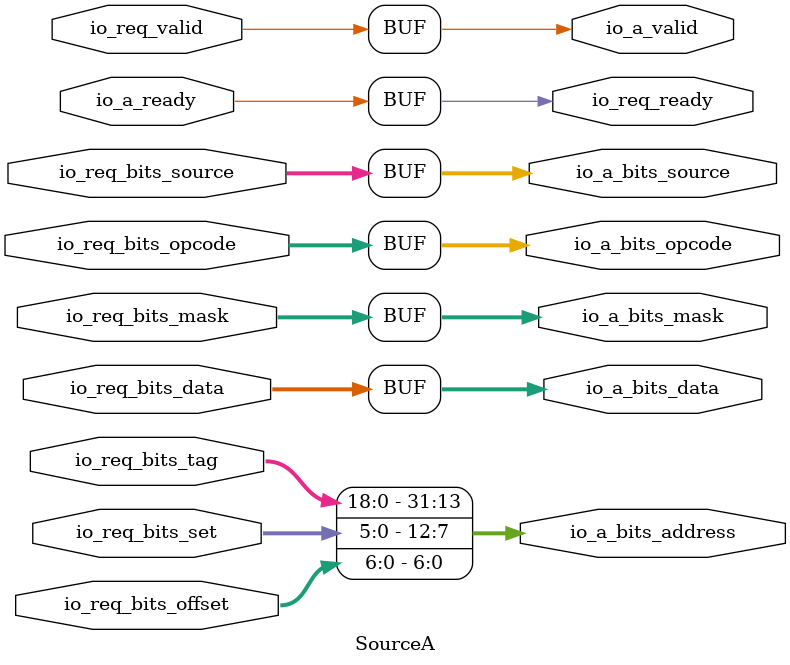
<source format=sv>
`ifndef RANDOMIZE
  `ifdef RANDOMIZE_MEM_INIT
    `define RANDOMIZE
  `endif // RANDOMIZE_MEM_INIT
`endif // not def RANDOMIZE
`ifndef RANDOMIZE
  `ifdef RANDOMIZE_REG_INIT
    `define RANDOMIZE
  `endif // RANDOMIZE_REG_INIT
`endif // not def RANDOMIZE

`ifndef RANDOM
  `define RANDOM $random
`endif // not def RANDOM

// Users can define INIT_RANDOM as general code that gets injected into the
// initializer block for modules with registers.
`ifndef INIT_RANDOM
  `define INIT_RANDOM
`endif // not def INIT_RANDOM

// If using random initialization, you can also define RANDOMIZE_DELAY to
// customize the delay used, otherwise 0.002 is used.
`ifndef RANDOMIZE_DELAY
  `define RANDOMIZE_DELAY 0.002
`endif // not def RANDOMIZE_DELAY

// Define INIT_RANDOM_PROLOG_ for use in our modules below.
`ifndef INIT_RANDOM_PROLOG_
  `ifdef RANDOMIZE
    `ifdef VERILATOR
      `define INIT_RANDOM_PROLOG_ `INIT_RANDOM
    `else  // VERILATOR
      `define INIT_RANDOM_PROLOG_ `INIT_RANDOM #`RANDOMIZE_DELAY begin end
    `endif // VERILATOR
  `else  // RANDOMIZE
    `define INIT_RANDOM_PROLOG_
  `endif // RANDOMIZE
`endif // not def INIT_RANDOM_PROLOG_

// Include register initializers in init blocks unless synthesis is set
`ifndef SYNTHESIS
  `ifndef ENABLE_INITIAL_REG_
    `define ENABLE_INITIAL_REG_
  `endif // not def ENABLE_INITIAL_REG_
`endif // not def SYNTHESIS

// Include rmemory initializers in init blocks unless synthesis is set
`ifndef SYNTHESIS
  `ifndef ENABLE_INITIAL_MEM_
    `define ENABLE_INITIAL_MEM_
  `endif // not def ENABLE_INITIAL_MEM_
`endif // not def SYNTHESIS

// Standard header to adapt well known macros for prints and assertions.

// Users can define 'PRINTF_COND' to add an extra gate to prints.
`ifndef PRINTF_COND_
  `ifdef PRINTF_COND
    `define PRINTF_COND_ (`PRINTF_COND)
  `else  // PRINTF_COND
    `define PRINTF_COND_ 1
  `endif // PRINTF_COND
`endif // not def PRINTF_COND_

// Users can define 'ASSERT_VERBOSE_COND' to add an extra gate to assert error printing.
`ifndef ASSERT_VERBOSE_COND_
  `ifdef ASSERT_VERBOSE_COND
    `define ASSERT_VERBOSE_COND_ (`ASSERT_VERBOSE_COND)
  `else  // ASSERT_VERBOSE_COND
    `define ASSERT_VERBOSE_COND_ 1
  `endif // ASSERT_VERBOSE_COND
`endif // not def ASSERT_VERBOSE_COND_

// Users can define 'STOP_COND' to add an extra gate to stop conditions.
`ifndef STOP_COND_
  `ifdef STOP_COND
    `define STOP_COND_ (`STOP_COND)
  `else  // STOP_COND
    `define STOP_COND_ 1
  `endif // STOP_COND
`endif // not def STOP_COND_

module SourceA(	// ventus/src/L2cache/SourceA.scala:35:7
  output          io_req_ready,	// ventus/src/L2cache/SourceA.scala:37:14
  input           io_req_valid,	// ventus/src/L2cache/SourceA.scala:37:14
  input  [2:0]    io_req_bits_opcode,	// ventus/src/L2cache/SourceA.scala:37:14
  input  [15:0]   io_req_bits_source,	// ventus/src/L2cache/SourceA.scala:37:14
  input  [18:0]   io_req_bits_tag,	// ventus/src/L2cache/SourceA.scala:37:14
  input  [6:0]    io_req_bits_offset,	// ventus/src/L2cache/SourceA.scala:37:14
  input  [1023:0] io_req_bits_data,	// ventus/src/L2cache/SourceA.scala:37:14
  input  [127:0]  io_req_bits_mask,	// ventus/src/L2cache/SourceA.scala:37:14
  input  [5:0]    io_req_bits_set,	// ventus/src/L2cache/SourceA.scala:37:14
  input           io_a_ready,	// ventus/src/L2cache/SourceA.scala:37:14
  output          io_a_valid,	// ventus/src/L2cache/SourceA.scala:37:14
  output [2:0]    io_a_bits_opcode,	// ventus/src/L2cache/SourceA.scala:37:14
  output [15:0]   io_a_bits_source,	// ventus/src/L2cache/SourceA.scala:37:14
  output [31:0]   io_a_bits_address,	// ventus/src/L2cache/SourceA.scala:37:14
  output [127:0]  io_a_bits_mask,	// ventus/src/L2cache/SourceA.scala:37:14
  output [1023:0] io_a_bits_data	// ventus/src/L2cache/SourceA.scala:37:14
);

  assign io_req_ready = io_a_ready;	// ventus/src/L2cache/SourceA.scala:35:7
  assign io_a_valid = io_req_valid;	// ventus/src/L2cache/SourceA.scala:35:7
  assign io_a_bits_opcode = io_req_bits_opcode;	// ventus/src/L2cache/SourceA.scala:35:7
  assign io_a_bits_source = io_req_bits_source;	// ventus/src/L2cache/SourceA.scala:35:7
  assign io_a_bits_address = {io_req_bits_tag, io_req_bits_set, io_req_bits_offset};	// ventus/src/L2cache/Parameters.scala:235:13, ventus/src/L2cache/SourceA.scala:35:7
  assign io_a_bits_mask = io_req_bits_mask;	// ventus/src/L2cache/SourceA.scala:35:7
  assign io_a_bits_data = io_req_bits_data;	// ventus/src/L2cache/SourceA.scala:35:7
endmodule


</source>
